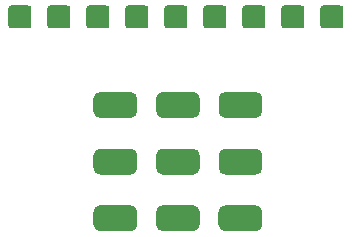
<source format=gbr>
%TF.GenerationSoftware,KiCad,Pcbnew,5.1.6*%
%TF.CreationDate,2020-09-28T13:50:18+01:00*%
%TF.ProjectId,3PDT,33504454-2e6b-4696-9361-645f70636258,V1.0*%
%TF.SameCoordinates,Original*%
%TF.FileFunction,Soldermask,Top*%
%TF.FilePolarity,Negative*%
%FSLAX46Y46*%
G04 Gerber Fmt 4.6, Leading zero omitted, Abs format (unit mm)*
G04 Created by KiCad (PCBNEW 5.1.6) date 2020-09-28 13:50:18*
%MOMM*%
%LPD*%
G01*
G04 APERTURE LIST*
G04 APERTURE END LIST*
%TO.C,J1*%
G36*
G01*
X126533000Y-67259487D02*
X126533000Y-65836513D01*
G75*
G02*
X126796513Y-65573000I263513J0D01*
G01*
X128219487Y-65573000D01*
G75*
G02*
X128483000Y-65836513I0J-263513D01*
G01*
X128483000Y-67259487D01*
G75*
G02*
X128219487Y-67523000I-263513J0D01*
G01*
X126796513Y-67523000D01*
G75*
G02*
X126533000Y-67259487I0J263513D01*
G01*
G37*
%TD*%
%TO.C,J2*%
G36*
G01*
X129835000Y-67259487D02*
X129835000Y-65836513D01*
G75*
G02*
X130098513Y-65573000I263513J0D01*
G01*
X131521487Y-65573000D01*
G75*
G02*
X131785000Y-65836513I0J-263513D01*
G01*
X131785000Y-67259487D01*
G75*
G02*
X131521487Y-67523000I-263513J0D01*
G01*
X130098513Y-67523000D01*
G75*
G02*
X129835000Y-67259487I0J263513D01*
G01*
G37*
%TD*%
%TO.C,J3*%
G36*
G01*
X133137000Y-67259487D02*
X133137000Y-65836513D01*
G75*
G02*
X133400513Y-65573000I263513J0D01*
G01*
X134823487Y-65573000D01*
G75*
G02*
X135087000Y-65836513I0J-263513D01*
G01*
X135087000Y-67259487D01*
G75*
G02*
X134823487Y-67523000I-263513J0D01*
G01*
X133400513Y-67523000D01*
G75*
G02*
X133137000Y-67259487I0J263513D01*
G01*
G37*
%TD*%
%TO.C,J4*%
G36*
G01*
X136439000Y-67259487D02*
X136439000Y-65836513D01*
G75*
G02*
X136702513Y-65573000I263513J0D01*
G01*
X138125487Y-65573000D01*
G75*
G02*
X138389000Y-65836513I0J-263513D01*
G01*
X138389000Y-67259487D01*
G75*
G02*
X138125487Y-67523000I-263513J0D01*
G01*
X136702513Y-67523000D01*
G75*
G02*
X136439000Y-67259487I0J263513D01*
G01*
G37*
%TD*%
%TO.C,J5*%
G36*
G01*
X139741000Y-67259487D02*
X139741000Y-65836513D01*
G75*
G02*
X140004513Y-65573000I263513J0D01*
G01*
X141427487Y-65573000D01*
G75*
G02*
X141691000Y-65836513I0J-263513D01*
G01*
X141691000Y-67259487D01*
G75*
G02*
X141427487Y-67523000I-263513J0D01*
G01*
X140004513Y-67523000D01*
G75*
G02*
X139741000Y-67259487I0J263513D01*
G01*
G37*
%TD*%
%TO.C,J6*%
G36*
G01*
X143043000Y-67259487D02*
X143043000Y-65836513D01*
G75*
G02*
X143306513Y-65573000I263513J0D01*
G01*
X144729487Y-65573000D01*
G75*
G02*
X144993000Y-65836513I0J-263513D01*
G01*
X144993000Y-67259487D01*
G75*
G02*
X144729487Y-67523000I-263513J0D01*
G01*
X143306513Y-67523000D01*
G75*
G02*
X143043000Y-67259487I0J263513D01*
G01*
G37*
%TD*%
%TO.C,J7*%
G36*
G01*
X146345000Y-67259487D02*
X146345000Y-65836513D01*
G75*
G02*
X146608513Y-65573000I263513J0D01*
G01*
X148031487Y-65573000D01*
G75*
G02*
X148295000Y-65836513I0J-263513D01*
G01*
X148295000Y-67259487D01*
G75*
G02*
X148031487Y-67523000I-263513J0D01*
G01*
X146608513Y-67523000D01*
G75*
G02*
X146345000Y-67259487I0J263513D01*
G01*
G37*
%TD*%
%TO.C,J8*%
G36*
G01*
X149647000Y-67259487D02*
X149647000Y-65836513D01*
G75*
G02*
X149910513Y-65573000I263513J0D01*
G01*
X151333487Y-65573000D01*
G75*
G02*
X151597000Y-65836513I0J-263513D01*
G01*
X151597000Y-67259487D01*
G75*
G02*
X151333487Y-67523000I-263513J0D01*
G01*
X149910513Y-67523000D01*
G75*
G02*
X149647000Y-67259487I0J263513D01*
G01*
G37*
%TD*%
%TO.C,J9*%
G36*
G01*
X152949000Y-67259487D02*
X152949000Y-65836513D01*
G75*
G02*
X153212513Y-65573000I263513J0D01*
G01*
X154635487Y-65573000D01*
G75*
G02*
X154899000Y-65836513I0J-263513D01*
G01*
X154899000Y-67259487D01*
G75*
G02*
X154635487Y-67523000I-263513J0D01*
G01*
X153212513Y-67523000D01*
G75*
G02*
X152949000Y-67259487I0J263513D01*
G01*
G37*
%TD*%
%TO.C,sw1*%
G36*
G01*
X133738680Y-74549220D02*
X133738680Y-73447620D01*
G75*
G02*
X134289480Y-72896820I550800J0D01*
G01*
X136891080Y-72896820D01*
G75*
G02*
X137441880Y-73447620I0J-550800D01*
G01*
X137441880Y-74549220D01*
G75*
G02*
X136891080Y-75100020I-550800J0D01*
G01*
X134289480Y-75100020D01*
G75*
G02*
X133738680Y-74549220I0J550800D01*
G01*
G37*
G36*
G01*
X133736140Y-79349820D02*
X133736140Y-78248220D01*
G75*
G02*
X134286940Y-77697420I550800J0D01*
G01*
X136888540Y-77697420D01*
G75*
G02*
X137439340Y-78248220I0J-550800D01*
G01*
X137439340Y-79349820D01*
G75*
G02*
X136888540Y-79900620I-550800J0D01*
G01*
X134286940Y-79900620D01*
G75*
G02*
X133736140Y-79349820I0J550800D01*
G01*
G37*
G36*
G01*
X133737120Y-84144740D02*
X133737120Y-83043140D01*
G75*
G02*
X134287920Y-82492340I550800J0D01*
G01*
X136889520Y-82492340D01*
G75*
G02*
X137440320Y-83043140I0J-550800D01*
G01*
X137440320Y-84144740D01*
G75*
G02*
X136889520Y-84695540I-550800J0D01*
G01*
X134287920Y-84695540D01*
G75*
G02*
X133737120Y-84144740I0J550800D01*
G01*
G37*
G36*
G01*
X139037120Y-74546680D02*
X139037120Y-73445080D01*
G75*
G02*
X139587920Y-72894280I550800J0D01*
G01*
X142189520Y-72894280D01*
G75*
G02*
X142740320Y-73445080I0J-550800D01*
G01*
X142740320Y-74546680D01*
G75*
G02*
X142189520Y-75097480I-550800J0D01*
G01*
X139587920Y-75097480D01*
G75*
G02*
X139037120Y-74546680I0J550800D01*
G01*
G37*
G36*
G01*
X144330480Y-79346680D02*
X144330480Y-78245080D01*
G75*
G02*
X144881280Y-77694280I550800J0D01*
G01*
X147482880Y-77694280D01*
G75*
G02*
X148033680Y-78245080I0J-550800D01*
G01*
X148033680Y-79346680D01*
G75*
G02*
X147482880Y-79897480I-550800J0D01*
G01*
X144881280Y-79897480D01*
G75*
G02*
X144330480Y-79346680I0J550800D01*
G01*
G37*
G36*
G01*
X139032920Y-79349220D02*
X139032920Y-78247620D01*
G75*
G02*
X139583720Y-77696820I550800J0D01*
G01*
X142185320Y-77696820D01*
G75*
G02*
X142736120Y-78247620I0J-550800D01*
G01*
X142736120Y-79349220D01*
G75*
G02*
X142185320Y-79900020I-550800J0D01*
G01*
X139583720Y-79900020D01*
G75*
G02*
X139032920Y-79349220I0J550800D01*
G01*
G37*
G36*
G01*
X139032040Y-84137120D02*
X139032040Y-83035520D01*
G75*
G02*
X139582840Y-82484720I550800J0D01*
G01*
X142184440Y-82484720D01*
G75*
G02*
X142735240Y-83035520I0J-550800D01*
G01*
X142735240Y-84137120D01*
G75*
G02*
X142184440Y-84687920I-550800J0D01*
G01*
X139582840Y-84687920D01*
G75*
G02*
X139032040Y-84137120I0J550800D01*
G01*
G37*
G36*
G01*
X144322860Y-84147280D02*
X144322860Y-83045680D01*
G75*
G02*
X144873660Y-82494880I550800J0D01*
G01*
X147475260Y-82494880D01*
G75*
G02*
X148026060Y-83045680I0J-550800D01*
G01*
X148026060Y-84147280D01*
G75*
G02*
X147475260Y-84698080I-550800J0D01*
G01*
X144873660Y-84698080D01*
G75*
G02*
X144322860Y-84147280I0J550800D01*
G01*
G37*
G36*
G01*
X144329640Y-74547280D02*
X144329640Y-73445680D01*
G75*
G02*
X144880440Y-72894880I550800J0D01*
G01*
X147482040Y-72894880D01*
G75*
G02*
X148032840Y-73445680I0J-550800D01*
G01*
X148032840Y-74547280D01*
G75*
G02*
X147482040Y-75098080I-550800J0D01*
G01*
X144880440Y-75098080D01*
G75*
G02*
X144329640Y-74547280I0J550800D01*
G01*
G37*
%TD*%
M02*

</source>
